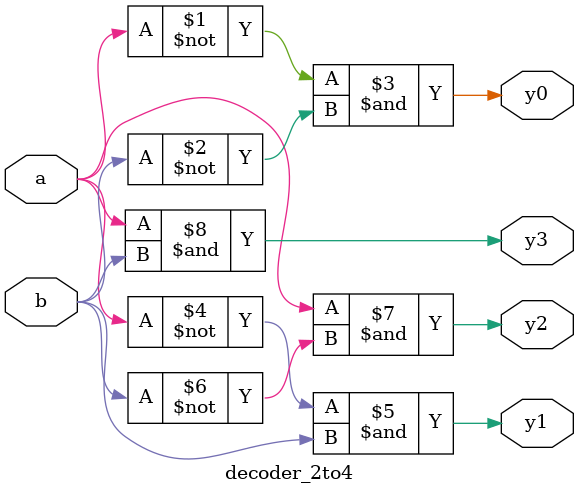
<source format=v>
`timescale 1ns / 1ps

module decoder_2to4 (
    input a,b,      
    output y0,y1,y2,y3);

            assign y0=(~a)&(~b);
            assign y1=(~a)&(b);
            assign y2=(a)&(~b);
            assign y3=(a)&(b); 
           
endmodule


</source>
